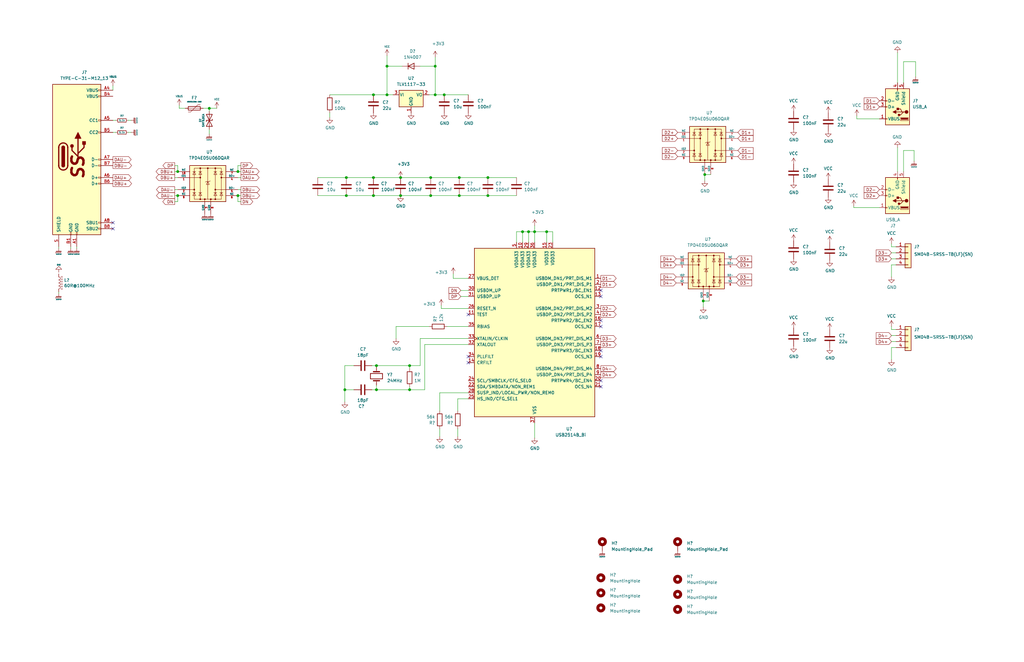
<source format=kicad_sch>
(kicad_sch (version 20201015) (generator eeschema)
  (paper "B")
  (lib_symbols
    (symbol "AcheronLib:TPD4E05U06DQAR" (pin_names (offset 0))
      (property "Reference" "U" (at 0 12.7 0))
      (property "Value" "TPD4E05U06DQAR" (at 0 10.16 0))
      (symbol "TPD4E05U06DQAR_1_1"
        (pin bidirectional line (at -12.7 2.54 0) (length 5.08) (name "IO1") (number "1"))
        (pin bidirectional line (at -12.7 5.08 0) (length 5.08) (name "NC") (number "10"))
        (pin bidirectional line (at -12.7 -2.54 0) (length 5.08) (name "IO2") (number "2"))
        (pin power_in line (at -1.27 -12.7 90) (length 5.08) (name "GND") (number "3"))
        (pin bidirectional line (at 12.7 2.54 180) (length 5.08) (name "D2+") (number "4"))
        (pin bidirectional line (at 12.7 -2.54 180) (length 5.08) (name "D2-") (number "5"))
        (pin bidirectional line (at 12.7 -5.08 180) (length 5.08) (name "NC") (number "6"))
        (pin bidirectional line (at 12.7 5.08 180) (length 5.08) (name "NC") (number "7"))
        (pin power_in line (at 1.27 -12.7 90) (length 5.08) (name "GND") (number "8"))
        (pin bidirectional line (at -12.7 -5.08 0) (length 5.08) (name "NC") (number "9"))
      )
    )
    (symbol "AcheronLib:TYPE-C-31-M12_13" (pin_names (offset 1.016))
      (property "Reference" "J" (at -1.27 35.56 0))
      (property "Value" "TYPE-C-31-M12_13" (at 10.16 33.02 0))
      (symbol "TYPE-C-31-M12_13_0_0"
        (text "SS" (at 0.508 -3.175 900) (effects (font (size 5.08 5.08) bold italic)))
      )
      (symbol "TYPE-C-31-M12_13_1_1"
        (pin power_out line (at 0 -36.83 90) (length 5.08) (name "GND") (number "A1"))
        (pin power_out line (at 15.24 29.21 180) (length 5.08) (name "VBUS") (number "A4"))
        (pin bidirectional line (at 15.24 16.51 180) (length 5.08) (name "CC1") (number "A5"))
        (pin bidirectional line (at 15.24 -7.62 180) (length 5.08) (name "D+") (number "A6"))
        (pin bidirectional line (at 15.24 0 180) (length 5.08) (name "D-") (number "A7"))
        (pin bidirectional line (at 15.24 -26.67 180) (length 5.08) (name "SBU1") (number "A8"))
        (pin power_out line (at -2.54 -36.83 90) (length 5.08) (name "GND") (number "B1"))
        (pin power_out line (at 15.24 26.67 180) (length 5.08) (name "VBUS") (number "B4"))
        (pin bidirectional line (at 15.24 11.43 180) (length 5.08) (name "CC2") (number "B5"))
        (pin bidirectional line (at 15.24 -10.16 180) (length 5.08) (name "D+") (number "B6"))
        (pin bidirectional line (at 15.24 -2.54 180) (length 5.08) (name "D-") (number "B7"))
        (pin bidirectional line (at 15.24 -29.21 180) (length 5.08) (name "SBU2") (number "B8"))
        (pin passive line (at -7.62 -36.83 90) (length 5.08) (name "SHIELD") (number "S"))
      )
    )
    (symbol "Connector:USB_A" (pin_names (offset 1.016))
      (property "Reference" "J" (at -5.08 11.43 0))
      (property "Value" "USB_A" (at -5.08 8.89 0))
      (symbol "USB_A_1_1"
        (pin power_in line (at 7.62 5.08 180) (length 2.54) (name "VBUS") (number "1"))
        (pin passive line (at 7.62 -2.54 180) (length 2.54) (name "D-") (number "2"))
        (pin passive line (at 7.62 0 180) (length 2.54) (name "D+") (number "3"))
        (pin power_in line (at 0 -10.16 90) (length 2.54) (name "GND") (number "4"))
        (pin passive line (at -2.54 -10.16 90) (length 2.54) (name "Shield") (number "5"))
      )
    )
    (symbol "Connector_Generic:Conn_01x04" (pin_names (offset 1.016) hide)
      (property "Reference" "J" (at 0 5.08 0))
      (property "Value" "Conn_01x04" (at 0 -7.62 0))
      (symbol "Conn_01x04_1_1"
        (pin passive line (at -5.08 2.54 0) (length 3.81) (name "Pin_1") (number "1"))
        (pin passive line (at -5.08 0 0) (length 3.81) (name "Pin_2") (number "2"))
        (pin passive line (at -5.08 -2.54 0) (length 3.81) (name "Pin_3") (number "3"))
        (pin passive line (at -5.08 -5.08 0) (length 3.81) (name "Pin_4") (number "4"))
      )
    )
    (symbol "Device:C" (pin_numbers hide) (pin_names (offset 0.254))
      (property "Reference" "C" (at 0.635 2.54 0))
      (property "Value" "C" (at 0.635 -2.54 0))
      (symbol "C_1_1"
        (pin passive line (at 0 3.81 270) (length 2.794) (name "~") (number "1"))
        (pin passive line (at 0 -3.81 90) (length 2.794) (name "~") (number "2"))
      )
    )
    (symbol "Device:Crystal" (pin_numbers hide) (pin_names (offset 1.016) hide)
      (property "Reference" "Y" (at 0 3.81 0))
      (property "Value" "Crystal" (at 0 -3.81 0))
      (symbol "Crystal_1_1"
        (pin passive line (at -3.81 0 0) (length 1.27) (name "1") (number "1"))
        (pin passive line (at 3.81 0 180) (length 1.27) (name "2") (number "2"))
      )
    )
    (symbol "Device:D_TVS" (pin_numbers hide) (pin_names (offset 1.016) hide)
      (property "Reference" "D" (at 0 2.54 0))
      (property "Value" "D_TVS" (at 0 -2.54 0))
      (symbol "D_TVS_1_1"
        (pin passive line (at -3.81 0 0) (length 2.54) (name "A1") (number "1"))
        (pin passive line (at 3.81 0 180) (length 2.54) (name "A2") (number "2"))
      )
    )
    (symbol "Device:Polyfuse" (pin_numbers hide) (pin_names (offset 0))
      (property "Reference" "F" (at -2.54 0 90))
      (property "Value" "Polyfuse" (at 2.54 0 90))
      (symbol "Polyfuse_1_1"
        (pin passive line (at 0 3.81 270) (length 1.27) (name "~") (number "1"))
        (pin passive line (at 0 -3.81 90) (length 1.27) (name "~") (number "2"))
      )
    )
    (symbol "Device:R" (pin_numbers hide) (pin_names (offset 0))
      (property "Reference" "R" (at 2.032 0 90))
      (property "Value" "R" (at 0 0 90))
      (symbol "R_1_1"
        (pin passive line (at 0 3.81 270) (length 1.27) (name "~") (number "1"))
        (pin passive line (at 0 -3.81 90) (length 1.27) (name "~") (number "2"))
      )
    )
    (symbol "Device:R_Small" (pin_numbers hide) (pin_names (offset 0.254) hide)
      (property "Reference" "R" (at 0.762 0.508 0))
      (property "Value" "R_Small" (at 0.762 -1.016 0))
      (symbol "R_Small_1_1"
        (pin passive line (at 0 2.54 270) (length 0.762) (name "~") (number "1"))
        (pin passive line (at 0 -2.54 90) (length 0.762) (name "~") (number "2"))
      )
    )
    (symbol "Diode:1N4007" (pin_numbers hide) (pin_names (offset 1.016) hide)
      (property "Reference" "D" (at 0 2.54 0))
      (property "Value" "1N4007" (at 0 -2.54 0))
      (symbol "1N4007_1_1"
        (pin passive line (at -3.81 0 0) (length 2.54) (name "K") (number "1"))
        (pin passive line (at 3.81 0 180) (length 2.54) (name "A") (number "2"))
      )
    )
    (symbol "Interface_USB:USB2514B_Bi" (pin_names (offset 1.016))
      (property "Reference" "U" (at -17.78 40.64 0))
      (property "Value" "USB2514B_Bi" (at -20.32 38.1 0))
      (symbol "USB2514B_Bi_1_1"
        (pin bidirectional line (at 27.94 22.86 180) (length 2.54) (name "USBDM_DN1/PRT_DIS_M1") (number "1"))
        (pin power_in line (at -5.08 38.1 270) (length 2.54) (name "VDDA33") (number "10"))
        (pin input line (at -27.94 7.62 0) (length 2.54) (name "TEST") (number "11"))
        (pin bidirectional line (at 27.94 17.78 180) (length 2.54) (name "PRTPWR1/BC_EN1") (number "12"))
        (pin input line (at 27.94 15.24 180) (length 2.54) (name "OCS_N1") (number "13"))
        (pin input line (at -27.94 -12.7 0) (length 2.54) (name "CRFILT") (number "14"))
        (pin power_in line (at 5.08 38.1 270) (length 2.54) (name "VDD33") (number "15"))
        (pin bidirectional line (at 27.94 5.08 180) (length 2.54) (name "PRTPWR2/BC_EN2") (number "16"))
        (pin input line (at 27.94 2.54 180) (length 2.54) (name "OCS_N2") (number "17"))
        (pin bidirectional line (at 27.94 -7.62 180) (length 2.54) (name "PRTPWR3/BC_EN3") (number "18"))
        (pin input line (at 27.94 -10.16 180) (length 2.54) (name "OCS_N3") (number "19"))
        (pin bidirectional line (at 27.94 20.32 180) (length 2.54) (name "USBDP_DN1/PRT_DIS_P1") (number "2"))
        (pin bidirectional line (at 27.94 -20.32 180) (length 2.54) (name "PRTPWR4/BC_EN4") (number "20"))
        (pin input line (at 27.94 -22.86 180) (length 2.54) (name "OCS_N4") (number "21"))
        (pin bidirectional line (at -27.94 -22.86 0) (length 2.54) (name "SDA/SMBDATA/NON_REM1") (number "22"))
        (pin power_in line (at 7.62 38.1 270) (length 2.54) (name "VDD33") (number "23"))
        (pin bidirectional line (at -27.94 -20.32 0) (length 2.54) (name "SCL/SMBCLK/CFG_SEL0") (number "24"))
        (pin bidirectional line (at -27.94 -27.94 0) (length 2.54) (name "HS_IND/CFG_SEL1") (number "25"))
        (pin input line (at -27.94 10.16 0) (length 2.54) (name "RESET_N") (number "26"))
        (pin input line (at -27.94 22.86 0) (length 2.54) (name "VBUS_DET") (number "27"))
        (pin bidirectional line (at -27.94 -25.4 0) (length 2.54) (name "SUSP_IND/LOCAL_PWR/NON_REM0") (number "28"))
        (pin power_in line (at -2.54 38.1 270) (length 2.54) (name "VDDA33") (number "29"))
        (pin bidirectional line (at 27.94 10.16 180) (length 2.54) (name "USBDM_DN2/PRT_DIS_M2") (number "3"))
        (pin bidirectional line (at -27.94 17.78 0) (length 2.54) (name "USBDM_UP") (number "30"))
        (pin bidirectional line (at -27.94 15.24 0) (length 2.54) (name "USBDP_UP") (number "31"))
        (pin output line (at -27.94 -5.08 0) (length 2.54) (name "XTALOUT") (number "32"))
        (pin input clock (at -27.94 -2.54 0) (length 2.54) (name "XTALIN/CLKIN") (number "33"))
        (pin input line (at -27.94 -10.16 0) (length 2.54) (name "PLLFILT") (number "34"))
        (pin input line (at -27.94 2.54 0) (length 2.54) (name "RBIAS") (number "35"))
        (pin power_in line (at 0 38.1 270) (length 2.54) (name "VDDA33") (number "36"))
        (pin power_in line (at 0 -38.1 90) (length 2.54) (name "VSS") (number "37"))
        (pin bidirectional line (at 27.94 7.62 180) (length 2.54) (name "USBDP_DN2/PRT_DIS_P2") (number "4"))
        (pin power_in line (at -7.62 38.1 270) (length 2.54) (name "VDDA33") (number "5"))
        (pin bidirectional line (at 27.94 -2.54 180) (length 2.54) (name "USBDM_DN3/PRT_DIS_M3") (number "6"))
        (pin bidirectional line (at 27.94 -5.08 180) (length 2.54) (name "USBDP_DN3/PRT_DIS_P3") (number "7"))
        (pin bidirectional line (at 27.94 -15.24 180) (length 2.54) (name "USBDM_DN4/PRT_DIS_M4") (number "8"))
        (pin bidirectional line (at 27.94 -17.78 180) (length 2.54) (name "USBDP_DN4/PRT_DIS_P4") (number "9"))
      )
    )
    (symbol "Mechanical:MountingHole" (pin_names (offset 1.016))
      (property "Reference" "H" (at 0 5.08 0))
      (property "Value" "MountingHole" (at 0 3.175 0))
    )
    (symbol "Mechanical:MountingHole_Pad" (pin_numbers hide) (pin_names (offset 1.016) hide)
      (property "Reference" "H" (at 0 6.35 0))
      (property "Value" "MountingHole_Pad" (at 0 4.445 0))
      (symbol "MountingHole_Pad_1_1"
        (pin input line (at 0 -2.54 90) (length 2.54) (name "1") (number "1"))
      )
    )
    (symbol "Regulator_Linear:TLV1117-33" (pin_names (offset 0.254))
      (property "Reference" "U" (at -3.81 3.175 0))
      (property "Value" "TLV1117-33" (at 0 3.175 0))
      (symbol "TLV1117-33_1_1"
        (pin power_in line (at 0 -7.62 90) (length 2.54) (name "GND") (number "1"))
        (pin power_out line (at 7.62 0 180) (length 2.54) (name "VO") (number "2"))
        (pin power_in line (at -7.62 0 0) (length 2.54) (name "VI") (number "3"))
      )
    )
    (symbol "Unified-Daughterboard-rescue:L_Core_Ferrite-Device" (pin_numbers hide) (pin_names (offset 1.016) hide)
      (property "Reference" "L" (at -1.27 0 90))
      (property "Value" "L_Core_Ferrite-Device" (at 2.794 0 90))
      (symbol "L_Core_Ferrite-Device_1_1"
        (pin passive line (at 0 3.81 270) (length 1.27) (name "1") (number "1"))
        (pin passive line (at 0 -3.81 90) (length 1.27) (name "2") (number "2"))
      )
    )
    (symbol "power:+3.3V" (power) (pin_names (offset 0))
      (property "Value" "+3.3V" (at 0 3.556 0))
      (symbol "+3.3V_1_1"
        (pin power_in line (at 0 0 90) (length 0) hide (name "+3V3") (number "1"))
      )
    )
    (symbol "power:GND" (power) (pin_names (offset 0))
      (property "Value" "GND" (at 0 -3.81 0))
      (symbol "GND_1_1"
        (pin power_in line (at 0 0 270) (length 0) hide (name "GND") (number "1"))
      )
    )
    (symbol "power:GNDPWR" (power) (pin_names (offset 0))
      (property "Value" "GNDPWR" (at 0 -3.302 0))
      (symbol "GNDPWR_1_1"
        (pin power_in line (at 0 0 270) (length 0) hide (name "GNDPWR") (number "1"))
      )
    )
    (symbol "power:VBUS" (power) (pin_names (offset 0))
      (property "Value" "VBUS" (at 0 3.81 0))
      (symbol "VBUS_1_1"
        (pin power_in line (at 0 0 90) (length 0) hide (name "VBUS") (number "1"))
      )
    )
    (symbol "power:VCC" (power) (pin_names (offset 0))
      (property "Value" "VCC" (at 0 3.81 0))
      (symbol "VCC_1_1"
        (pin power_in line (at 0 0 90) (length 0) hide (name "VCC") (number "1"))
      )
    )
  )
  (junction (at 74.93 72.39) (diameter 1.016))
  (junction (at 74.93 82.55) (diameter 1.016))
  (junction (at 88.265 45.72) (diameter 1.016))
  (junction (at 100.33 72.39) (diameter 1.016))
  (junction (at 100.33 82.55) (diameter 1.016))
  (junction (at 145.415 164.465) (diameter 1.016))
  (junction (at 146.05 74.93) (diameter 1.016))
  (junction (at 146.05 82.55) (diameter 1.016))
  (junction (at 157.48 40.005) (diameter 1.016))
  (junction (at 157.48 74.93) (diameter 1.016))
  (junction (at 157.48 82.55) (diameter 1.016))
  (junction (at 158.75 154.305) (diameter 1.016))
  (junction (at 158.75 164.465) (diameter 1.016))
  (junction (at 163.195 27.94) (diameter 1.016))
  (junction (at 163.195 40.005) (diameter 1.016))
  (junction (at 168.91 74.93) (diameter 1.016))
  (junction (at 168.91 82.55) (diameter 1.016))
  (junction (at 172.72 154.305) (diameter 1.016))
  (junction (at 172.72 164.465) (diameter 1.016))
  (junction (at 181.61 74.93) (diameter 1.016))
  (junction (at 181.61 82.55) (diameter 1.016))
  (junction (at 183.515 27.94) (diameter 1.016))
  (junction (at 183.515 40.005) (diameter 1.016))
  (junction (at 187.325 40.005) (diameter 1.016))
  (junction (at 193.675 74.93) (diameter 1.016))
  (junction (at 193.675 82.55) (diameter 1.016))
  (junction (at 205.74 74.93) (diameter 1.016))
  (junction (at 205.74 82.55) (diameter 1.016))
  (junction (at 220.345 97.79) (diameter 1.016))
  (junction (at 222.885 97.79) (diameter 1.016))
  (junction (at 225.425 97.79) (diameter 1.016))
  (junction (at 230.505 97.79) (diameter 1.016))
  (junction (at 296.545 127) (diameter 1.016))
  (junction (at 297.18 73.66) (diameter 1.016))
  (no_connect (at 253.365 150.495))
  (no_connect (at 197.485 153.035))
  (no_connect (at 253.365 122.555))
  (no_connect (at 253.365 137.795))
  (no_connect (at 47.625 96.52))
  (no_connect (at 47.625 93.98))
  (no_connect (at 197.485 132.715))
  (no_connect (at 197.485 150.495))
  (no_connect (at 253.365 125.095))
  (no_connect (at 253.365 147.955))
  (no_connect (at 253.365 160.655))
  (no_connect (at 253.365 163.195))
  (no_connect (at 253.365 135.255))
  (wire (pts (xy 24.765 104.14) (xy 24.765 104.775)))
  (wire (pts (xy 24.765 123.19) (xy 24.765 123.825)))
  (wire (pts (xy 29.845 104.14) (xy 29.845 104.775)))
  (wire (pts (xy 32.385 104.14) (xy 32.385 104.775)))
  (wire (pts (xy 47.625 36.195) (xy 47.625 38.1)))
  (wire (pts (xy 47.625 50.8) (xy 48.895 50.8)))
  (wire (pts (xy 47.625 55.88) (xy 48.895 55.88)))
  (wire (pts (xy 53.975 50.8) (xy 55.245 50.8)))
  (wire (pts (xy 53.975 55.88) (xy 55.245 55.88)))
  (wire (pts (xy 73.66 69.85) (xy 74.93 69.85)))
  (wire (pts (xy 73.66 72.39) (xy 74.93 72.39)))
  (wire (pts (xy 73.66 74.93) (xy 74.93 74.93)))
  (wire (pts (xy 73.66 80.01) (xy 74.93 80.01)))
  (wire (pts (xy 73.66 82.55) (xy 74.93 82.55)))
  (wire (pts (xy 73.66 85.09) (xy 74.93 85.09)))
  (wire (pts (xy 74.93 69.85) (xy 74.93 72.39)))
  (wire (pts (xy 74.93 85.09) (xy 74.93 82.55)))
  (wire (pts (xy 75.565 44.45) (xy 75.565 45.72)))
  (wire (pts (xy 75.565 45.72) (xy 78.105 45.72)))
  (wire (pts (xy 85.725 45.72) (xy 88.265 45.72)))
  (wire (pts (xy 88.265 45.72) (xy 88.265 46.99)))
  (wire (pts (xy 88.265 45.72) (xy 91.44 45.72)))
  (wire (pts (xy 88.265 54.61) (xy 88.265 56.515)))
  (wire (pts (xy 100.33 69.85) (xy 100.33 72.39)))
  (wire (pts (xy 100.33 72.39) (xy 101.6 72.39)))
  (wire (pts (xy 100.33 74.93) (xy 101.6 74.93)))
  (wire (pts (xy 100.33 80.01) (xy 101.6 80.01)))
  (wire (pts (xy 100.33 82.55) (xy 100.33 85.09)))
  (wire (pts (xy 100.33 82.55) (xy 101.6 82.55)))
  (wire (pts (xy 100.33 85.09) (xy 101.6 85.09)))
  (wire (pts (xy 101.6 69.85) (xy 100.33 69.85)))
  (wire (pts (xy 133.985 74.93) (xy 146.05 74.93)))
  (wire (pts (xy 133.985 82.55) (xy 146.05 82.55)))
  (wire (pts (xy 139.065 40.005) (xy 157.48 40.005)))
  (wire (pts (xy 139.065 47.625) (xy 139.065 49.53)))
  (wire (pts (xy 145.415 154.305) (xy 145.415 164.465)))
  (wire (pts (xy 145.415 164.465) (xy 145.415 169.545)))
  (wire (pts (xy 145.415 164.465) (xy 149.225 164.465)))
  (wire (pts (xy 146.05 74.93) (xy 157.48 74.93)))
  (wire (pts (xy 146.05 82.55) (xy 157.48 82.55)))
  (wire (pts (xy 149.225 154.305) (xy 145.415 154.305)))
  (wire (pts (xy 156.845 154.305) (xy 158.75 154.305)))
  (wire (pts (xy 156.845 164.465) (xy 158.75 164.465)))
  (wire (pts (xy 157.48 40.005) (xy 163.195 40.005)))
  (wire (pts (xy 157.48 74.93) (xy 168.91 74.93)))
  (wire (pts (xy 157.48 82.55) (xy 168.91 82.55)))
  (wire (pts (xy 158.75 154.305) (xy 158.75 154.94)))
  (wire (pts (xy 158.75 162.56) (xy 158.75 164.465)))
  (wire (pts (xy 158.75 164.465) (xy 172.72 164.465)))
  (wire (pts (xy 163.195 23.495) (xy 163.195 27.94)))
  (wire (pts (xy 163.195 27.94) (xy 163.195 40.005)))
  (wire (pts (xy 163.195 40.005) (xy 165.735 40.005)))
  (wire (pts (xy 167.005 137.795) (xy 167.005 142.875)))
  (wire (pts (xy 168.91 74.93) (xy 181.61 74.93)))
  (wire (pts (xy 168.91 82.55) (xy 181.61 82.55)))
  (wire (pts (xy 169.545 27.94) (xy 163.195 27.94)))
  (wire (pts (xy 172.72 154.305) (xy 158.75 154.305)))
  (wire (pts (xy 172.72 154.305) (xy 172.72 155.575)))
  (wire (pts (xy 172.72 164.465) (xy 172.72 163.195)))
  (wire (pts (xy 172.72 164.465) (xy 179.07 164.465)))
  (wire (pts (xy 177.165 27.94) (xy 183.515 27.94)))
  (wire (pts (xy 177.165 142.875) (xy 177.165 154.305)))
  (wire (pts (xy 177.165 154.305) (xy 172.72 154.305)))
  (wire (pts (xy 179.07 145.415) (xy 197.485 145.415)))
  (wire (pts (xy 179.07 164.465) (xy 179.07 145.415)))
  (wire (pts (xy 180.975 40.005) (xy 183.515 40.005)))
  (wire (pts (xy 180.975 137.795) (xy 167.005 137.795)))
  (wire (pts (xy 181.61 74.93) (xy 193.675 74.93)))
  (wire (pts (xy 181.61 82.55) (xy 193.675 82.55)))
  (wire (pts (xy 183.515 24.13) (xy 183.515 27.94)))
  (wire (pts (xy 183.515 27.94) (xy 183.515 40.005)))
  (wire (pts (xy 183.515 40.005) (xy 187.325 40.005)))
  (wire (pts (xy 185.42 165.735) (xy 197.485 165.735)))
  (wire (pts (xy 185.42 173.355) (xy 185.42 165.735)))
  (wire (pts (xy 185.42 180.975) (xy 185.42 184.15)))
  (wire (pts (xy 186.055 128.905) (xy 186.055 130.175)))
  (wire (pts (xy 187.325 40.005) (xy 197.485 40.005)))
  (wire (pts (xy 188.595 137.795) (xy 197.485 137.795)))
  (wire (pts (xy 191.135 117.475) (xy 191.135 115.57)))
  (wire (pts (xy 193.04 168.275) (xy 193.04 173.355)))
  (wire (pts (xy 193.04 180.975) (xy 193.04 184.15)))
  (wire (pts (xy 193.675 74.93) (xy 205.74 74.93)))
  (wire (pts (xy 193.675 82.55) (xy 205.74 82.55)))
  (wire (pts (xy 194.31 122.555) (xy 197.485 122.555)))
  (wire (pts (xy 194.31 125.095) (xy 197.485 125.095)))
  (wire (pts (xy 197.485 117.475) (xy 191.135 117.475)))
  (wire (pts (xy 197.485 130.175) (xy 186.055 130.175)))
  (wire (pts (xy 197.485 142.875) (xy 177.165 142.875)))
  (wire (pts (xy 197.485 168.275) (xy 193.04 168.275)))
  (wire (pts (xy 205.74 74.93) (xy 217.805 74.93)))
  (wire (pts (xy 205.74 82.55) (xy 217.805 82.55)))
  (wire (pts (xy 217.805 97.79) (xy 220.345 97.79)))
  (wire (pts (xy 217.805 102.235) (xy 217.805 97.79)))
  (wire (pts (xy 220.345 97.79) (xy 220.345 102.235)))
  (wire (pts (xy 220.345 97.79) (xy 222.885 97.79)))
  (wire (pts (xy 222.885 97.79) (xy 222.885 102.235)))
  (wire (pts (xy 222.885 97.79) (xy 225.425 97.79)))
  (wire (pts (xy 225.425 95.25) (xy 225.425 97.79)))
  (wire (pts (xy 225.425 97.79) (xy 225.425 102.235)))
  (wire (pts (xy 225.425 97.79) (xy 230.505 97.79)))
  (wire (pts (xy 225.425 178.435) (xy 225.425 184.785)))
  (wire (pts (xy 230.505 97.79) (xy 230.505 102.235)))
  (wire (pts (xy 230.505 97.79) (xy 233.045 97.79)))
  (wire (pts (xy 233.045 97.79) (xy 233.045 102.235)))
  (wire (pts (xy 296.545 127) (xy 296.545 129.54)))
  (wire (pts (xy 296.545 127) (xy 299.085 127)))
  (wire (pts (xy 297.18 73.66) (xy 297.18 76.2)))
  (wire (pts (xy 297.18 73.66) (xy 299.72 73.66)))
  (wire (pts (xy 360.045 87.63) (xy 360.045 86.995)))
  (wire (pts (xy 361.315 50.165) (xy 361.315 48.895)))
  (wire (pts (xy 361.315 50.165) (xy 370.84 50.165)))
  (wire (pts (xy 370.84 87.63) (xy 360.045 87.63)))
  (wire (pts (xy 375.92 102.87) (xy 375.92 104.14)))
  (wire (pts (xy 375.92 104.14) (xy 377.825 104.14)))
  (wire (pts (xy 375.92 109.22) (xy 377.825 109.22)))
  (wire (pts (xy 375.92 111.76) (xy 375.92 116.84)))
  (wire (pts (xy 375.92 111.76) (xy 377.825 111.76)))
  (wire (pts (xy 375.92 137.795) (xy 375.92 139.065)))
  (wire (pts (xy 375.92 139.065) (xy 377.825 139.065)))
  (wire (pts (xy 375.92 144.145) (xy 377.825 144.145)))
  (wire (pts (xy 375.92 146.685) (xy 375.92 151.765)))
  (wire (pts (xy 375.92 146.685) (xy 377.825 146.685)))
  (wire (pts (xy 377.825 106.68) (xy 375.92 106.68)))
  (wire (pts (xy 377.825 141.605) (xy 375.92 141.605)))
  (wire (pts (xy 378.46 22.225) (xy 378.46 34.925)))
  (wire (pts (xy 378.46 62.23) (xy 378.46 72.39)))
  (wire (pts (xy 381 26.035) (xy 386.08 26.035)))
  (wire (pts (xy 381 34.925) (xy 381 26.035)))
  (wire (pts (xy 381 63.5) (xy 385.445 63.5)))
  (wire (pts (xy 381 72.39) (xy 381 63.5)))
  (wire (pts (xy 385.445 63.5) (xy 385.445 67.945)))
  (wire (pts (xy 386.08 26.035) (xy 386.08 32.385)))
  (global_label "DAU-" (shape output) (at 47.625 67.31 0) (property "Intersheet References" "${INTERSHEET_REFS}" (effects hide)))
  (global_label "DBU-" (shape output) (at 47.625 69.85 0) (property "Intersheet References" "${INTERSHEET_REFS}" (effects hide)))
  (global_label "DAU+" (shape output) (at 47.625 74.93 0) (property "Intersheet References" "${INTERSHEET_REFS}" (effects hide)))
  (global_label "DBU+" (shape output) (at 47.625 77.47 0) (property "Intersheet References" "${INTERSHEET_REFS}" (effects hide)))
  (global_label "DP" (shape output) (at 73.66 69.85 180) (property "Intersheet References" "${INTERSHEET_REFS}" (effects hide)))
  (global_label "DBU+" (shape output) (at 73.66 72.39 180) (property "Intersheet References" "${INTERSHEET_REFS}" (effects hide)))
  (global_label "DBU+" (shape output) (at 73.66 74.93 180) (property "Intersheet References" "${INTERSHEET_REFS}" (effects hide)))
  (global_label "DAU-" (shape output) (at 73.66 80.01 180) (property "Intersheet References" "${INTERSHEET_REFS}" (effects hide)))
  (global_label "DAU-" (shape output) (at 73.66 82.55 180) (property "Intersheet References" "${INTERSHEET_REFS}" (effects hide)))
  (global_label "DN" (shape output) (at 73.66 85.09 180) (property "Intersheet References" "${INTERSHEET_REFS}" (effects hide)))
  (global_label "DP" (shape output) (at 101.6 69.85 0) (property "Intersheet References" "${INTERSHEET_REFS}" (effects hide)))
  (global_label "DAU+" (shape output) (at 101.6 72.39 0) (property "Intersheet References" "${INTERSHEET_REFS}" (effects hide)))
  (global_label "DAU+" (shape output) (at 101.6 74.93 0) (property "Intersheet References" "${INTERSHEET_REFS}" (effects hide)))
  (global_label "DBU-" (shape output) (at 101.6 80.01 0) (property "Intersheet References" "${INTERSHEET_REFS}" (effects hide)))
  (global_label "DBU-" (shape output) (at 101.6 82.55 0) (property "Intersheet References" "${INTERSHEET_REFS}" (effects hide)))
  (global_label "DN" (shape output) (at 101.6 85.09 0) (property "Intersheet References" "${INTERSHEET_REFS}" (effects hide)))
  (global_label "DN" (shape input) (at 194.31 122.555 180) (property "Intersheet References" "${INTERSHEET_REFS}" (effects hide)))
  (global_label "DP" (shape input) (at 194.31 125.095 180) (property "Intersheet References" "${INTERSHEET_REFS}" (effects hide)))
  (global_label "D1-" (shape output) (at 253.365 117.475 0) (property "Intersheet References" "${INTERSHEET_REFS}" (effects hide)))
  (global_label "D1+" (shape output) (at 253.365 120.015 0) (property "Intersheet References" "${INTERSHEET_REFS}" (effects hide)))
  (global_label "D2-" (shape output) (at 253.365 130.175 0) (property "Intersheet References" "${INTERSHEET_REFS}" (effects hide)))
  (global_label "D2+" (shape output) (at 253.365 132.715 0) (property "Intersheet References" "${INTERSHEET_REFS}" (effects hide)))
  (global_label "D3-" (shape output) (at 253.365 142.875 0) (property "Intersheet References" "${INTERSHEET_REFS}" (effects hide)))
  (global_label "D3+" (shape output) (at 253.365 145.415 0) (property "Intersheet References" "${INTERSHEET_REFS}" (effects hide)))
  (global_label "D4-" (shape output) (at 253.365 155.575 0) (property "Intersheet References" "${INTERSHEET_REFS}" (effects hide)))
  (global_label "D4+" (shape output) (at 253.365 158.115 0) (property "Intersheet References" "${INTERSHEET_REFS}" (effects hide)))
  (global_label "D4+" (shape input) (at 285.115 109.22 180) (property "Intersheet References" "${INTERSHEET_REFS}" (effects hide)))
  (global_label "D4+" (shape input) (at 285.115 111.76 180) (property "Intersheet References" "${INTERSHEET_REFS}" (effects hide)))
  (global_label "D4-" (shape input) (at 285.115 116.84 180) (property "Intersheet References" "${INTERSHEET_REFS}" (effects hide)))
  (global_label "D4-" (shape input) (at 285.115 119.38 180) (property "Intersheet References" "${INTERSHEET_REFS}" (effects hide)))
  (global_label "D2+" (shape input) (at 285.75 55.88 180) (property "Intersheet References" "${INTERSHEET_REFS}" (effects hide)))
  (global_label "D2+" (shape input) (at 285.75 58.42 180) (property "Intersheet References" "${INTERSHEET_REFS}" (effects hide)))
  (global_label "D2-" (shape input) (at 285.75 63.5 180) (property "Intersheet References" "${INTERSHEET_REFS}" (effects hide)))
  (global_label "D2-" (shape input) (at 285.75 66.04 180) (property "Intersheet References" "${INTERSHEET_REFS}" (effects hide)))
  (global_label "D3+" (shape input) (at 310.515 109.22 0) (property "Intersheet References" "${INTERSHEET_REFS}" (effects hide)))
  (global_label "D3+" (shape input) (at 310.515 111.76 0) (property "Intersheet References" "${INTERSHEET_REFS}" (effects hide)))
  (global_label "D3-" (shape input) (at 310.515 116.84 0) (property "Intersheet References" "${INTERSHEET_REFS}" (effects hide)))
  (global_label "D3-" (shape input) (at 310.515 119.38 0) (property "Intersheet References" "${INTERSHEET_REFS}" (effects hide)))
  (global_label "D1+" (shape input) (at 311.15 55.88 0) (property "Intersheet References" "${INTERSHEET_REFS}" (effects hide)))
  (global_label "D1+" (shape input) (at 311.15 58.42 0) (property "Intersheet References" "${INTERSHEET_REFS}" (effects hide)))
  (global_label "D1-" (shape input) (at 311.15 63.5 0) (property "Intersheet References" "${INTERSHEET_REFS}" (effects hide)))
  (global_label "D1-" (shape input) (at 311.15 66.04 0) (property "Intersheet References" "${INTERSHEET_REFS}" (effects hide)))
  (global_label "D1-" (shape input) (at 370.84 42.545 180) (property "Intersheet References" "${INTERSHEET_REFS}" (effects hide)))
  (global_label "D1+" (shape input) (at 370.84 45.085 180) (property "Intersheet References" "${INTERSHEET_REFS}" (effects hide)))
  (global_label "D2-" (shape input) (at 370.84 80.01 180) (property "Intersheet References" "${INTERSHEET_REFS}" (effects hide)))
  (global_label "D2+" (shape input) (at 370.84 82.55 180) (property "Intersheet References" "${INTERSHEET_REFS}" (effects hide)))
  (global_label "D3-" (shape input) (at 375.92 106.68 180) (property "Intersheet References" "${INTERSHEET_REFS}" (effects hide)))
  (global_label "D3+" (shape input) (at 375.92 109.22 180) (property "Intersheet References" "${INTERSHEET_REFS}" (effects hide)))
  (global_label "D4-" (shape input) (at 375.92 141.605 180) (property "Intersheet References" "${INTERSHEET_REFS}" (effects hide)))
  (global_label "D4+" (shape input) (at 375.92 144.145 180) (property "Intersheet References" "${INTERSHEET_REFS}" (effects hide)))
  (symbol (lib_id "power:VBUS") (at 47.625 36.195 0) (unit 1)
    (property "Reference" "#PWR?" (effects hide))
    (property "Value" "VBUS" (at 47.625 32.385 0) (effects (font (size 0.762 0.762))))
  )
  (symbol (lib_id "power:VBUS") (at 75.565 44.45 0) (unit 1)
    (property "Reference" "#PWR?" (effects hide))
    (property "Value" "VBUS" (at 75.565 40.64 0) (effects (font (size 0.762 0.762))))
  )
  (symbol (lib_id "power:VCC") (at 91.44 45.72 0) (unit 1)
    (property "Reference" "#PWR?" (effects hide))
    (property "Value" "VCC" (at 91.44 41.91 0) (effects (font (size 0.762 0.762))))
  )
  (symbol (lib_id "power:VCC") (at 163.195 23.495 0) (unit 1)
    (property "Reference" "#PWR?" (effects hide))
    (property "Value" "VCC" (at 163.195 19.685 0) (effects (font (size 0.762 0.762))))
  )
  (symbol (lib_id "power:+3.3V") (at 168.91 74.93 0) (unit 1)
    (property "Reference" "#PWR?" (effects hide))
    (property "Value" "+3.3V" (at 170.18 69.215 0))
  )
  (symbol (lib_id "power:+3.3V") (at 183.515 24.13 0) (unit 1)
    (property "Reference" "#PWR?" (effects hide))
    (property "Value" "+3.3V" (at 184.785 18.415 0))
  )
  (symbol (lib_id "power:+3.3V") (at 186.055 128.905 0) (unit 1)
    (property "Reference" "#PWR?" (effects hide))
    (property "Value" "+3.3V" (at 180.975 128.27 0))
  )
  (symbol (lib_id "power:+3.3V") (at 191.135 115.57 0) (unit 1)
    (property "Reference" "#PWR?" (effects hide))
    (property "Value" "+3.3V" (at 186.055 114.935 0))
  )
  (symbol (lib_id "power:+3.3V") (at 225.425 95.25 0) (unit 1)
    (property "Reference" "#PWR?" (effects hide))
    (property "Value" "+3.3V" (at 226.695 89.535 0))
  )
  (symbol (lib_id "power:VCC") (at 334.645 46.99 0) (unit 1)
    (property "Reference" "#PWR?" (effects hide))
    (property "Value" "VCC" (at 334.645 42.545 0))
  )
  (symbol (lib_id "power:VCC") (at 334.645 69.215 0) (unit 1)
    (property "Reference" "#PWR?" (effects hide))
    (property "Value" "VCC" (at 334.645 64.77 0))
  )
  (symbol (lib_id "power:VCC") (at 334.645 101.6 0) (unit 1)
    (property "Reference" "#PWR?" (effects hide))
    (property "Value" "VCC" (at 334.645 97.155 0))
  )
  (symbol (lib_id "power:VCC") (at 334.645 138.43 0) (unit 1)
    (property "Reference" "#PWR?" (effects hide))
    (property "Value" "VCC" (at 334.645 133.985 0))
  )
  (symbol (lib_id "power:VCC") (at 349.25 47.625 0) (unit 1)
    (property "Reference" "#PWR?" (effects hide))
    (property "Value" "VCC" (at 349.25 43.18 0))
  )
  (symbol (lib_id "power:VCC") (at 349.25 75.565 0) (unit 1)
    (property "Reference" "#PWR?" (effects hide))
    (property "Value" "VCC" (at 349.25 71.12 0))
  )
  (symbol (lib_id "power:VCC") (at 349.885 102.235 0) (unit 1)
    (property "Reference" "#PWR?" (effects hide))
    (property "Value" "VCC" (at 349.885 97.79 0))
  )
  (symbol (lib_id "power:VCC") (at 349.885 139.065 0) (unit 1)
    (property "Reference" "#PWR?" (effects hide))
    (property "Value" "VCC" (at 349.885 134.62 0))
  )
  (symbol (lib_id "power:VCC") (at 360.045 86.995 0) (unit 1)
    (property "Reference" "#PWR?" (effects hide))
    (property "Value" "VCC" (at 360.045 82.55 0))
  )
  (symbol (lib_id "power:VCC") (at 361.315 48.895 0) (unit 1)
    (property "Reference" "#PWR?" (effects hide))
    (property "Value" "VCC" (at 361.315 44.45 0))
  )
  (symbol (lib_id "power:VCC") (at 375.92 102.87 0) (unit 1)
    (property "Reference" "#PWR?" (effects hide))
    (property "Value" "VCC" (at 375.92 98.425 0))
  )
  (symbol (lib_id "power:VCC") (at 375.92 137.795 0) (unit 1)
    (property "Reference" "#PWR?" (effects hide))
    (property "Value" "VCC" (at 375.92 133.35 0))
  )
  (symbol (lib_id "power:GNDPWR") (at 24.765 104.775 0) (unit 1)
    (property "Reference" "#PWR?" (effects hide))
    (property "Value" "GNDPWR" (at 24.765 107.315 0) (effects (font (size 0.381 0.381))))
  )
  (symbol (lib_id "power:GNDPWR") (at 24.765 123.825 0) (unit 1)
    (property "Reference" "#PWR?" (effects hide))
    (property "Value" "GNDPWR" (at 24.765 126.365 0) (effects (font (size 0.381 0.381))))
  )
  (symbol (lib_id "power:GNDPWR") (at 29.845 104.775 0) (unit 1)
    (property "Reference" "#PWR?" (effects hide))
    (property "Value" "GNDPWR" (at 29.845 107.315 0) (effects (font (size 0.381 0.381))))
  )
  (symbol (lib_id "power:GNDPWR") (at 32.385 104.775 0) (unit 1)
    (property "Reference" "#PWR?" (effects hide))
    (property "Value" "GNDPWR" (at 32.385 107.315 0) (effects (font (size 0.381 0.381))))
  )
  (symbol (lib_id "power:GNDPWR") (at 55.245 50.8 90) (unit 1)
    (property "Reference" "#PWR?" (effects hide))
    (property "Value" "GNDPWR" (at 57.785 50.8 0) (effects (font (size 0.381 0.381))))
  )
  (symbol (lib_id "power:GNDPWR") (at 55.245 55.88 90) (unit 1)
    (property "Reference" "#PWR?" (effects hide))
    (property "Value" "GNDPWR" (at 57.785 55.88 0) (effects (font (size 0.381 0.381))))
  )
  (symbol (lib_id "power:GNDPWR") (at 86.36 90.17 0) (unit 1)
    (property "Reference" "#PWR?" (effects hide))
    (property "Value" "GNDPWR" (at 86.36 92.71 0) (effects (font (size 0.381 0.381))))
  )
  (symbol (lib_id "power:GNDPWR") (at 88.265 56.515 0) (unit 1)
    (property "Reference" "#PWR?" (effects hide))
    (property "Value" "GNDPWR" (at 88.265 59.055 0) (effects (font (size 0.381 0.381))))
  )
  (symbol (lib_id "power:GNDPWR") (at 88.9 90.17 0) (unit 1)
    (property "Reference" "#PWR?" (effects hide))
    (property "Value" "GNDPWR" (at 88.9 92.71 0) (effects (font (size 0.381 0.381))))
  )
  (symbol (lib_id "power:GNDPWR") (at 254 232.41 0) (unit 1)
    (property "Reference" "#PWR?" (effects hide))
    (property "Value" "GNDPWR" (at 254 234.95 0) (effects (font (size 0.381 0.381))))
  )
  (symbol (lib_id "power:GNDPWR") (at 285.75 232.41 0) (unit 1)
    (property "Reference" "#PWR?" (effects hide))
    (property "Value" "GNDPWR" (at 285.75 234.95 0) (effects (font (size 0.381 0.381))))
  )
  (symbol (lib_id "power:GNDPWR") (at 385.445 67.945 0) (unit 1)
    (property "Reference" "#PWR?" (effects hide))
    (property "Value" "GNDPWR" (at 385.445 70.485 0) (effects (font (size 0.381 0.381))))
  )
  (symbol (lib_id "power:GNDPWR") (at 386.08 32.385 0) (unit 1)
    (property "Reference" "#PWR?" (effects hide))
    (property "Value" "GNDPWR" (at 386.08 34.925 0) (effects (font (size 0.381 0.381))))
  )
  (symbol (lib_id "power:GND") (at 24.765 114.935 180) (unit 1)
    (property "Reference" "#PWR?" (effects hide))
    (property "Value" "GND" (at 24.765 111.76 0) (effects (font (size 0.508 0.508))))
  )
  (symbol (lib_id "power:GND") (at 139.065 49.53 0) (unit 1)
    (property "Reference" "#PWR?" (effects hide))
    (property "Value" "GND" (at 139.192 53.9242 0))
  )
  (symbol (lib_id "power:GND") (at 145.415 169.545 0) (unit 1)
    (property "Reference" "#PWR?" (effects hide))
    (property "Value" "GND" (at 145.542 173.9392 0))
  )
  (symbol (lib_id "power:GND") (at 157.48 47.625 0) (unit 1)
    (property "Reference" "#PWR?" (effects hide))
    (property "Value" "GND" (at 157.607 52.0192 0))
  )
  (symbol (lib_id "power:GND") (at 167.005 142.875 0) (unit 1)
    (property "Reference" "#PWR?" (effects hide))
    (property "Value" "GND" (at 167.132 147.2692 0))
  )
  (symbol (lib_id "power:GND") (at 168.91 82.55 0) (unit 1)
    (property "Reference" "#PWR?" (effects hide))
    (property "Value" "GND" (at 169.037 86.9442 0))
  )
  (symbol (lib_id "power:GND") (at 173.355 47.625 0) (unit 1)
    (property "Reference" "#PWR?" (effects hide))
    (property "Value" "GND" (at 173.482 52.0192 0))
  )
  (symbol (lib_id "power:GND") (at 185.42 184.15 0) (unit 1)
    (property "Reference" "#PWR?" (effects hide))
    (property "Value" "GND" (at 185.547 188.5442 0))
  )
  (symbol (lib_id "power:GND") (at 187.325 47.625 0) (unit 1)
    (property "Reference" "#PWR?" (effects hide))
    (property "Value" "GND" (at 187.452 52.0192 0))
  )
  (symbol (lib_id "power:GND") (at 193.04 184.15 0) (unit 1)
    (property "Reference" "#PWR?" (effects hide))
    (property "Value" "GND" (at 193.167 188.5442 0))
  )
  (symbol (lib_id "power:GND") (at 197.485 47.625 0) (unit 1)
    (property "Reference" "#PWR?" (effects hide))
    (property "Value" "GND" (at 197.612 52.0192 0))
  )
  (symbol (lib_id "power:GND") (at 225.425 184.785 0) (unit 1)
    (property "Reference" "#PWR?" (effects hide))
    (property "Value" "GND" (at 225.552 189.1792 0))
  )
  (symbol (lib_id "power:GND") (at 296.545 129.54 0) (unit 1)
    (property "Reference" "#PWR?" (effects hide))
    (property "Value" "GND" (at 296.672 133.9342 0))
  )
  (symbol (lib_id "power:GND") (at 297.18 76.2 0) (unit 1)
    (property "Reference" "#PWR?" (effects hide))
    (property "Value" "GND" (at 297.307 80.5942 0))
  )
  (symbol (lib_id "power:GND") (at 334.645 54.61 0) (unit 1)
    (property "Reference" "#PWR?" (effects hide))
    (property "Value" "GND" (at 334.772 59.0042 0))
  )
  (symbol (lib_id "power:GND") (at 334.645 76.835 0) (unit 1)
    (property "Reference" "#PWR?" (effects hide))
    (property "Value" "GND" (at 334.772 81.2292 0))
  )
  (symbol (lib_id "power:GND") (at 334.645 109.22 0) (unit 1)
    (property "Reference" "#PWR?" (effects hide))
    (property "Value" "GND" (at 334.772 113.6142 0))
  )
  (symbol (lib_id "power:GND") (at 334.645 146.05 0) (unit 1)
    (property "Reference" "#PWR?" (effects hide))
    (property "Value" "GND" (at 334.772 150.4442 0))
  )
  (symbol (lib_id "power:GND") (at 349.25 55.245 0) (unit 1)
    (property "Reference" "#PWR?" (effects hide))
    (property "Value" "GND" (at 349.377 59.6392 0))
  )
  (symbol (lib_id "power:GND") (at 349.25 83.185 0) (unit 1)
    (property "Reference" "#PWR?" (effects hide))
    (property "Value" "GND" (at 349.377 87.5792 0))
  )
  (symbol (lib_id "power:GND") (at 349.885 109.855 0) (unit 1)
    (property "Reference" "#PWR?" (effects hide))
    (property "Value" "GND" (at 350.012 114.2492 0))
  )
  (symbol (lib_id "power:GND") (at 349.885 146.685 0) (unit 1)
    (property "Reference" "#PWR?" (effects hide))
    (property "Value" "GND" (at 350.012 151.0792 0))
  )
  (symbol (lib_id "power:GND") (at 375.92 116.84 0) (unit 1)
    (property "Reference" "#PWR?" (effects hide))
    (property "Value" "GND" (at 376.047 121.2342 0))
  )
  (symbol (lib_id "power:GND") (at 375.92 151.765 0) (unit 1)
    (property "Reference" "#PWR?" (effects hide))
    (property "Value" "GND" (at 376.047 156.1592 0))
  )
  (symbol (lib_id "power:GND") (at 378.46 22.225 180) (unit 1)
    (property "Reference" "#PWR?" (effects hide))
    (property "Value" "GND" (at 378.333 17.8308 0))
  )
  (symbol (lib_id "power:GND") (at 378.46 62.23 180) (unit 1)
    (property "Reference" "#PWR?" (effects hide))
    (property "Value" "GND" (at 378.333 57.8358 0))
  )
  (symbol (lib_id "Device:R_Small") (at 51.435 50.8 90) (unit 1)
    (property "Reference" "R?" (at 51.435 48.895 90) (effects (font (size 0.762 0.762))))
    (property "Value" "5.1k" (at 51.435 50.8 90) (effects (font (size 0.762 0.762))))
    (property "Footprint" "Resistors_SMD:R_0603" (effects hide))
    (property "Package" "R0603" (effects hide))
  )
  (symbol (lib_id "Device:R_Small") (at 51.435 55.88 90) (unit 1)
    (property "Reference" "R?" (at 51.435 53.975 90) (effects (font (size 0.762 0.762))))
    (property "Value" "5.1k" (at 51.435 55.88 90) (effects (font (size 0.762 0.762))))
    (property "Footprint" "Resistors_SMD:R_0603" (effects hide))
    (property "Package" "R0603" (effects hide))
  )
  (symbol (lib_id "Mechanical:MountingHole") (at 253.365 243.84 0) (unit 1)
    (property "Reference" "H?" (at 257.175 242.57 0) (effects (justify left)))
    (property "Value" "MountingHole" (at 257.175 245.11 0) (effects (justify left)))
  )
  (symbol (lib_id "Mechanical:MountingHole") (at 253.365 250.19 0) (unit 1)
    (property "Reference" "H?" (at 257.175 248.92 0) (effects (justify left)))
    (property "Value" "MountingHole" (at 257.175 251.46 0) (effects (justify left)))
  )
  (symbol (lib_id "Mechanical:MountingHole") (at 253.365 256.54 0) (unit 1)
    (property "Reference" "H?" (at 257.175 255.27 0) (effects (justify left)))
    (property "Value" "MountingHole" (at 257.175 257.81 0) (effects (justify left)))
  )
  (symbol (lib_id "Mechanical:MountingHole") (at 285.75 244.475 0) (unit 1)
    (property "Reference" "H?" (at 289.56 243.205 0) (effects (justify left)))
    (property "Value" "MountingHole" (at 289.56 245.745 0) (effects (justify left)))
  )
  (symbol (lib_id "Mechanical:MountingHole") (at 285.75 250.825 0) (unit 1)
    (property "Reference" "H?" (at 289.56 249.555 0) (effects (justify left)))
    (property "Value" "MountingHole" (at 289.56 252.095 0) (effects (justify left)))
  )
  (symbol (lib_id "Mechanical:MountingHole") (at 285.75 257.175 0) (unit 1)
    (property "Reference" "H?" (at 289.56 255.905 0) (effects (justify left)))
    (property "Value" "MountingHole" (at 289.56 258.445 0) (effects (justify left)))
  )
  (symbol (lib_id "Unified-Daughterboard-rescue:L_Core_Ferrite-Device") (at 24.765 119.38 0) (unit 1)
    (property "Reference" "L?" (at 27.0002 118.237 0) (effects (justify left)))
    (property "Value" "60R@100MHz" (at 27.0002 120.523 0) (effects (justify left)))
    (property "Footprint" "Inductor_SMD:L_1206_3216Metric" (effects hide))
    (property "Manufacturer" "MELED Industrial" (effects hide))
    (property "Manufacturer Part No" "MLB3216-600P4A(f)" (effects hide))
    (property "LCSC Part No" "C33600" (effects hide))
    (property "Package" "L1206" (effects hide))
  )
  (symbol (lib_id "Device:R") (at 139.065 43.815 0) (unit 1)
    (property "Reference" "R?" (at 140.97 43.18 0) (effects (justify left)))
    (property "Value" "100k" (at 140.97 45.72 0) (effects (justify left)))
  )
  (symbol (lib_id "Device:R") (at 172.72 159.385 0) (unit 1)
    (property "Reference" "R?" (at 174.625 158.115 0) (effects (justify left)))
    (property "Value" "1M" (at 174.625 160.655 0) (effects (justify left)))
  )
  (symbol (lib_id "Device:R") (at 184.785 137.795 90) (unit 1)
    (property "Reference" "R?" (at 183.515 135.89 0) (effects (justify left)))
    (property "Value" "12k" (at 186.055 135.89 0) (effects (justify left)))
  )
  (symbol (lib_id "Device:R") (at 185.42 177.165 180) (unit 1)
    (property "Reference" "R?" (at 183.515 178.435 0) (effects (justify left)))
    (property "Value" "56k" (at 183.515 175.895 0) (effects (justify left)))
  )
  (symbol (lib_id "Device:R") (at 193.04 177.165 180) (unit 1)
    (property "Reference" "R?" (at 191.135 178.435 0) (effects (justify left)))
    (property "Value" "56k" (at 191.135 175.895 0) (effects (justify left)))
  )
  (symbol (lib_id "Mechanical:MountingHole_Pad") (at 254 229.87 0) (unit 1)
    (property "Reference" "H?" (at 257.81 229.235 0) (effects (justify left)))
    (property "Value" "MountingHole_Pad" (at 257.81 231.775 0) (effects (justify left)))
  )
  (symbol (lib_id "Mechanical:MountingHole_Pad") (at 285.75 229.87 0) (unit 1)
    (property "Reference" "H?" (at 289.56 229.235 0) (effects (justify left)))
    (property "Value" "MountingHole_Pad" (at 289.56 231.775 0) (effects (justify left)))
  )
  (symbol (lib_id "Device:D_TVS") (at 88.265 50.8 270) (mirror x) (unit 1)
    (property "Reference" "D?" (at 84.455 50.8 0) (effects (font (size 0.762 0.762))))
    (property "Value" "SMF9.0CA" (at 85.725 50.8 0) (effects (font (size 0.762 0.762))))
    (property "Footprint" "acheron_Components:D_SOD-123_Bidirectional" (effects hide))
    (property "Package" "SOD-123F-B" (effects hide))
    (property "Manufacturer" "Microdiode Electronics" (effects hide))
    (property "Manufacturer Part No" "SMF9.0CA" (effects hide))
    (property "LCSC Part No" "C123799" (effects hide))
  )
  (symbol (lib_id "Diode:1N4007") (at 173.355 27.94 0) (unit 1)
    (property "Reference" "D?" (at 173.99 21.59 0))
    (property "Value" "1N4007" (at 173.99 24.13 0))
    (property "Footprint" "Diode_THT:D_DO-41_SOD81_P10.16mm_Horizontal" (effects hide))
    (property "Datasheet" "http://www.vishay.com/docs/88503/1n4001.pdf" (effects hide))
  )
  (symbol (lib_id "Device:Polyfuse") (at 81.915 45.72 90) (unit 1)
    (property "Reference" "F?" (at 81.915 41.275 90))
    (property "Value" "ASMD1206-150" (at 81.915 42.9514 90) (effects (font (size 0.508 0.508))))
    (property "Footprint" "Fuse:Fuse_1206_3216Metric" (effects hide))
    (property "Manufacturer" "Shenzhen JDT Fuse" (effects hide))
    (property "Manufacturer Part No" "ASMD1206-150" (effects hide))
    (property "LCSC Part No" "C135342" (effects hide))
    (property "Package" "F1206" (effects hide))
  )
  (symbol (lib_id "Device:C") (at 133.985 78.74 0) (unit 1)
    (property "Reference" "C?" (at 137.795 77.47 0) (effects (justify left)))
    (property "Value" "10u" (at 137.795 80.01 0) (effects (justify left)))
  )
  (symbol (lib_id "Device:C") (at 146.05 78.74 0) (unit 1)
    (property "Reference" "C?" (at 149.86 77.47 0) (effects (justify left)))
    (property "Value" "10u" (at 149.86 80.01 0) (effects (justify left)))
  )
  (symbol (lib_id "Device:C") (at 153.035 154.305 90) (unit 1)
    (property "Reference" "C?" (at 153.035 147.32 90))
    (property "Value" "18pF" (at 153.035 149.86 90))
  )
  (symbol (lib_id "Device:C") (at 153.035 164.465 90) (unit 1)
    (property "Reference" "C?" (at 152.4 171.45 90))
    (property "Value" "18pF" (at 153.035 168.91 90))
  )
  (symbol (lib_id "Device:C") (at 157.48 43.815 0) (unit 1)
    (property "Reference" "C?" (at 161.29 43.18 0) (effects (justify left)))
    (property "Value" "22u" (at 161.29 45.72 0) (effects (justify left)))
  )
  (symbol (lib_id "Device:C") (at 157.48 78.74 0) (unit 1)
    (property "Reference" "C?" (at 160.655 77.47 0) (effects (justify left)))
    (property "Value" "100nF" (at 160.655 80.01 0) (effects (justify left)))
  )
  (symbol (lib_id "Device:C") (at 168.91 78.74 0) (unit 1)
    (property "Reference" "C?" (at 172.085 77.47 0) (effects (justify left)))
    (property "Value" "100nF" (at 172.085 80.01 0) (effects (justify left)))
  )
  (symbol (lib_id "Device:C") (at 181.61 78.74 0) (unit 1)
    (property "Reference" "C?" (at 184.785 77.47 0) (effects (justify left)))
    (property "Value" "100nF" (at 184.785 80.01 0) (effects (justify left)))
  )
  (symbol (lib_id "Device:C") (at 187.325 43.815 0) (unit 1)
    (property "Reference" "C?" (at 191.135 42.545 0) (effects (justify left)))
    (property "Value" "10u" (at 191.135 45.085 0) (effects (justify left)))
  )
  (symbol (lib_id "Device:C") (at 193.675 78.74 0) (unit 1)
    (property "Reference" "C?" (at 196.85 77.47 0) (effects (justify left)))
    (property "Value" "100nF" (at 196.85 80.01 0) (effects (justify left)))
  )
  (symbol (lib_id "Device:C") (at 197.485 43.815 0) (unit 1)
    (property "Reference" "C?" (at 201.295 42.545 0) (effects (justify left)))
    (property "Value" "100nF" (at 201.295 45.085 0) (effects (justify left)))
  )
  (symbol (lib_id "Device:C") (at 205.74 78.74 0) (unit 1)
    (property "Reference" "C?" (at 208.915 77.47 0) (effects (justify left)))
    (property "Value" "100nF" (at 208.915 80.01 0) (effects (justify left)))
  )
  (symbol (lib_id "Device:C") (at 217.805 78.74 0) (unit 1)
    (property "Reference" "C?" (at 220.98 77.47 0) (effects (justify left)))
    (property "Value" "100nF" (at 220.98 80.01 0) (effects (justify left)))
  )
  (symbol (lib_id "Device:C") (at 334.645 50.8 0) (unit 1)
    (property "Reference" "C?" (at 338.455 49.53 0) (effects (justify left)))
    (property "Value" "100nF" (at 338.455 52.07 0) (effects (justify left)))
  )
  (symbol (lib_id "Device:C") (at 334.645 73.025 0) (unit 1)
    (property "Reference" "C?" (at 338.455 71.755 0) (effects (justify left)))
    (property "Value" "100nF" (at 338.455 74.295 0) (effects (justify left)))
  )
  (symbol (lib_id "Device:C") (at 334.645 105.41 0) (unit 1)
    (property "Reference" "C?" (at 338.455 104.14 0) (effects (justify left)))
    (property "Value" "100nF" (at 338.455 106.68 0) (effects (justify left)))
  )
  (symbol (lib_id "Device:C") (at 334.645 142.24 0) (unit 1)
    (property "Reference" "C?" (at 338.455 140.97 0) (effects (justify left)))
    (property "Value" "100nF" (at 338.455 143.51 0) (effects (justify left)))
  )
  (symbol (lib_id "Device:C") (at 349.25 51.435 0) (unit 1)
    (property "Reference" "C?" (at 353.06 50.165 0) (effects (justify left)))
    (property "Value" "22u" (at 353.06 52.705 0) (effects (justify left)))
  )
  (symbol (lib_id "Device:C") (at 349.25 79.375 0) (unit 1)
    (property "Reference" "C?" (at 353.06 78.105 0) (effects (justify left)))
    (property "Value" "22u" (at 353.06 80.645 0) (effects (justify left)))
  )
  (symbol (lib_id "Device:C") (at 349.885 106.045 0) (unit 1)
    (property "Reference" "C?" (at 353.695 104.775 0) (effects (justify left)))
    (property "Value" "22u" (at 353.695 107.315 0) (effects (justify left)))
  )
  (symbol (lib_id "Device:C") (at 349.885 142.875 0) (unit 1)
    (property "Reference" "C?" (at 353.695 141.605 0) (effects (justify left)))
    (property "Value" "22u" (at 353.695 144.145 0) (effects (justify left)))
  )
  (symbol (lib_id "Device:Crystal") (at 158.75 158.75 90) (unit 1)
    (property "Reference" "Y?" (at 163.195 158.115 90) (effects (justify right)))
    (property "Value" "24MHz" (at 163.195 160.655 90) (effects (justify right)))
  )
  (symbol (lib_id "Connector_Generic:Conn_01x04") (at 382.905 106.68 0) (unit 1)
    (property "Reference" "J?" (at 385.445 104.14 0) (effects (justify left)))
    (property "Value" "SM04B-SRSS-TB(LF)(SN)" (at 385.445 107.315 0) (effects (justify left)))
    (property "Footprint" "random-keyboard-parts:JST-SR-4" (effects hide))
    (property "Manufacturer" "JST Sales America" (effects hide))
    (property "Manufacturer Part No" "SM04B-SRSS-TB(LF)(SN)" (effects hide))
    (property "LCSC Part No" "C160404" (effects hide))
  )
  (symbol (lib_id "Connector_Generic:Conn_01x04") (at 382.905 141.605 0) (unit 1)
    (property "Reference" "J?" (at 385.445 139.065 0) (effects (justify left)))
    (property "Value" "SM04B-SRSS-TB(LF)(SN)" (at 385.445 142.24 0) (effects (justify left)))
    (property "Footprint" "random-keyboard-parts:JST-SR-4" (effects hide))
    (property "Manufacturer" "JST Sales America" (effects hide))
    (property "Manufacturer Part No" "SM04B-SRSS-TB(LF)(SN)" (effects hide))
    (property "LCSC Part No" "C160404" (effects hide))
  )
  (symbol (lib_id "Regulator_Linear:TLV1117-33") (at 173.355 40.005 0) (unit 1)
    (property "Reference" "U?" (at 173.355 33.02 0))
    (property "Value" "TLV1117-33" (at 173.355 35.56 0))
    (property "Datasheet" "http://www.ti.com/lit/ds/symlink/tlv1117.pdf" (effects hide))
  )
  (symbol (lib_id "Connector:USB_A") (at 378.46 45.085 180) (unit 1)
    (property "Reference" "J?" (at 384.81 42.545 0) (effects (justify right)))
    (property "Value" "USB_A" (at 384.81 45.085 0) (effects (justify right)))
    (property "Datasheet" " ~" (effects hide))
  )
  (symbol (lib_id "Connector:USB_A") (at 378.46 82.55 180) (unit 1)
    (property "Reference" "J?" (at 376.555 95.25 0))
    (property "Value" "USB_A" (at 376.555 92.71 0))
    (property "Datasheet" " ~" (effects hide))
  )
  (symbol (lib_id "AcheronLib:TPD4E05U06DQAR") (at 87.63 77.47 0) (unit 1)
    (property "Reference" "U?" (at 88.265 64.135 0))
    (property "Value" "TPD4E05U06DQAR" (at 88.265 66.675 0))
    (property "Footprint" "Package_SON:USON-10_2.5x1.0mm_P0.5mm" (effects hide))
    (property "Manufacturer" "Texas Instruments" (effects hide))
    (property "Manufacturer Part #" "TPD4E05U06DQAR" (effects hide))
    (property "LCSC Part #" "C138714" (effects hide))
    (property "Package" "uSON-10" (effects hide))
  )
  (symbol (lib_id "AcheronLib:TPD4E05U06DQAR") (at 297.815 114.3 0) (unit 1)
    (property "Reference" "U?" (at 298.45 100.965 0))
    (property "Value" "TPD4E05U06DQAR" (at 298.45 103.505 0))
    (property "Footprint" "Package_SON:USON-10_2.5x1.0mm_P0.5mm" (effects hide))
    (property "Manufacturer" "Texas Instruments" (effects hide))
    (property "Manufacturer Part #" "TPD4E05U06DQAR" (effects hide))
    (property "LCSC Part #" "C138714" (effects hide))
    (property "Package" "uSON-10" (effects hide))
  )
  (symbol (lib_id "AcheronLib:TPD4E05U06DQAR") (at 298.45 60.96 0) (unit 1)
    (property "Reference" "U?" (at 299.085 47.625 0))
    (property "Value" "TPD4E05U06DQAR" (at 299.085 50.165 0))
    (property "Footprint" "Package_SON:USON-10_2.5x1.0mm_P0.5mm" (effects hide))
    (property "Manufacturer" "Texas Instruments" (effects hide))
    (property "Manufacturer Part #" "TPD4E05U06DQAR" (effects hide))
    (property "LCSC Part #" "C138714" (effects hide))
    (property "Package" "uSON-10" (effects hide))
  )
  (symbol (lib_id "AcheronLib:TYPE-C-31-M12_13") (at 32.385 67.31 0) (unit 1)
    (property "Reference" "J?" (at 35.56 30.48 0))
    (property "Value" "TYPE-C-31-M12_13" (at 35.56 33.02 0))
    (property "Footprint" "acheronConnectors:TYPE-C-31-M-12" (effects hide))
  )
  (symbol (lib_id "Interface_USB:USB2514B_Bi") (at 225.425 140.335 0) (unit 1)
    (property "Reference" "U?" (at 240.03 180.975 0))
    (property "Value" "USB2514B_Bi" (at 240.665 183.515 0))
    (property "Footprint" "Package_DFN_QFN:QFN-36-1EP_6x6mm_P0.5mm_EP3.7x3.7mm" (effects hide))
    (property "Datasheet" "http://ww1.microchip.com/downloads/en/DeviceDoc/00001692C.pdf" (effects hide))
  )
)
</source>
